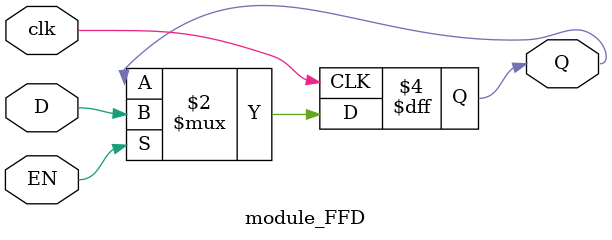
<source format=sv>
`timescale 1ns / 1ps


module module_FFD(
    input     logic    clk, // Data Input
    input     logic    D, // Clock Input
    input     logic    EN,
    output    logic    Q       // Q output
    );

    always_ff @ ( posedge clk) begin
        if (EN)  Q <= D;
       end
   
endmodule

</source>
